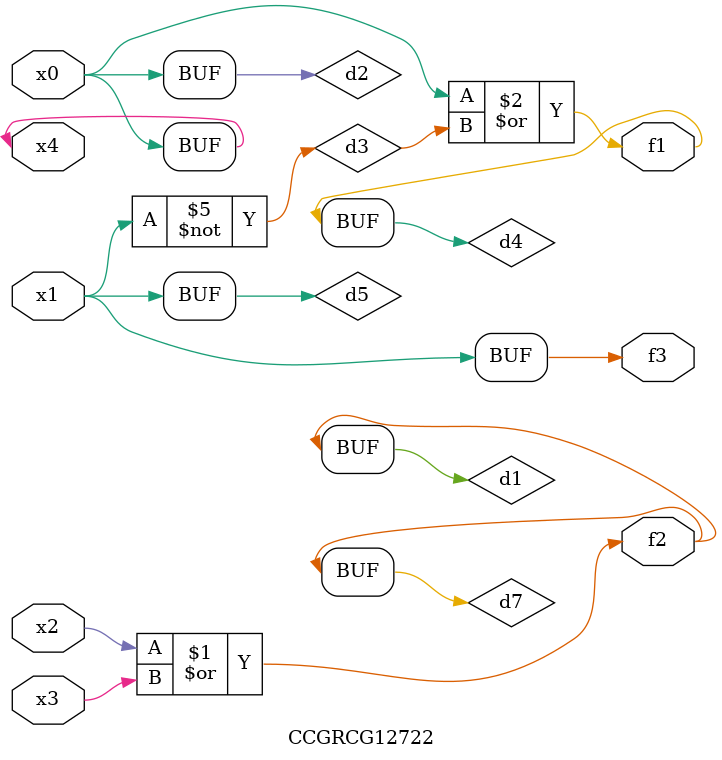
<source format=v>
module CCGRCG12722(
	input x0, x1, x2, x3, x4,
	output f1, f2, f3
);

	wire d1, d2, d3, d4, d5, d6, d7;

	or (d1, x2, x3);
	buf (d2, x0, x4);
	not (d3, x1);
	or (d4, d2, d3);
	not (d5, d3);
	nand (d6, d1, d3);
	or (d7, d1);
	assign f1 = d4;
	assign f2 = d7;
	assign f3 = d5;
endmodule

</source>
